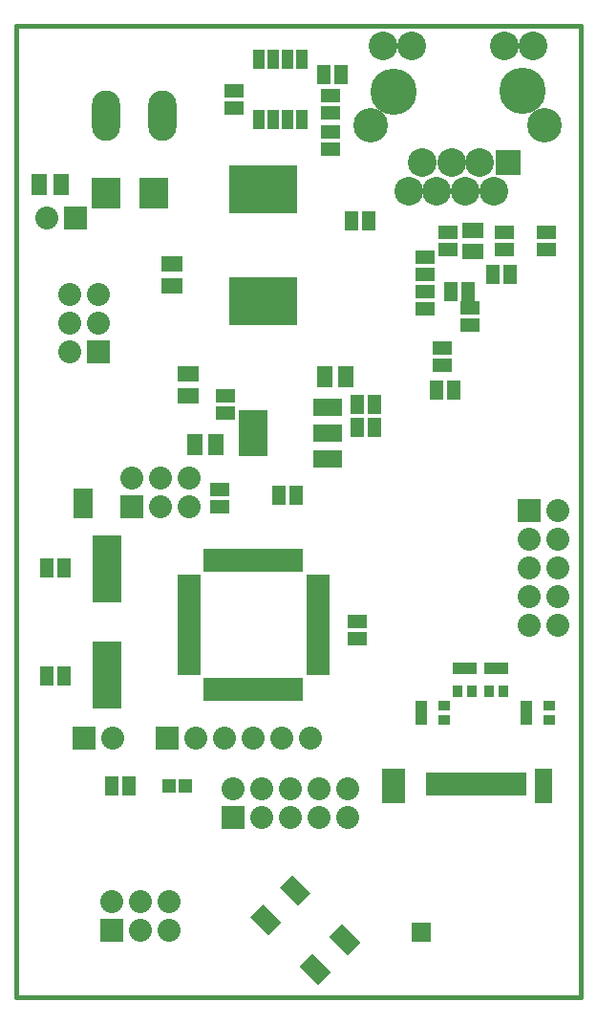
<source format=gts>
G04 (created by PCBNEW (2011-nov-30)-testing) date jeu. 13 sept. 2012 22:24:25 CEST*
%MOIN*%
G04 Gerber Fmt 3.4, Leading zero omitted, Abs format*
%FSLAX34Y34*%
G01*
G70*
G90*
G04 APERTURE LIST*
%ADD10C,0.006*%
%ADD11C,0.015*%
%ADD12R,0.04X0.032*%
%ADD13R,0.032X0.04*%
%ADD14R,0.055X0.075*%
%ADD15R,0.075X0.055*%
%ADD16R,0.045X0.065*%
%ADD17R,0.065X0.045*%
%ADD18R,0.0514X0.0514*%
%ADD19R,0.04X0.065*%
%ADD20R,0.0476X0.0791*%
%ADD21R,0.0791X0.1224*%
%ADD22R,0.0594X0.1224*%
%ADD23R,0.0672X0.0672*%
%ADD24R,0.036X0.08*%
%ADD25R,0.08X0.036*%
%ADD26R,0.08X0.08*%
%ADD27C,0.08*%
%ADD28O,0.098X0.176*%
%ADD29R,0.0987X0.1106*%
%ADD30R,0.1184X0.1716*%
%ADD31R,0.1X0.164*%
%ADD32R,0.1X0.06*%
%ADD33R,0.0987X0.2365*%
%ADD34C,0.1617*%
%ADD35R,0.09X0.09*%
%ADD36C,0.1*%
%ADD37C,0.12*%
%ADD38R,0.07X0.058*%
G04 APERTURE END LIST*
G54D10*
G54D11*
X19685Y-73228D02*
X19685Y-39370D01*
X39370Y-73228D02*
X19685Y-73228D01*
X39370Y-39370D02*
X39370Y-73228D01*
X19685Y-39370D02*
X39370Y-39370D01*
G54D12*
X37474Y-63057D03*
X37474Y-63557D03*
X38274Y-63057D03*
X37474Y-63307D03*
X38274Y-63557D03*
G54D13*
X36667Y-61765D03*
X36167Y-61765D03*
X36667Y-62565D03*
X36417Y-61765D03*
X36167Y-62565D03*
X35565Y-61765D03*
X35065Y-61765D03*
X35565Y-62565D03*
X35315Y-61765D03*
X35065Y-62565D03*
G54D12*
X33813Y-63057D03*
X33813Y-63557D03*
X34613Y-63057D03*
X33813Y-63307D03*
X34613Y-63557D03*
G54D14*
X21241Y-44882D03*
X20491Y-44882D03*
X26655Y-53937D03*
X25905Y-53937D03*
G54D15*
X25098Y-48406D03*
X25098Y-47656D03*
G54D14*
X30432Y-51575D03*
X31182Y-51575D03*
G54D15*
X25689Y-51495D03*
X25689Y-52245D03*
G54D16*
X23627Y-65846D03*
X23027Y-65846D03*
G54D17*
X26772Y-55507D03*
X26772Y-56107D03*
X31594Y-60733D03*
X31594Y-60133D03*
G54D16*
X31993Y-46161D03*
X31393Y-46161D03*
G54D17*
X36713Y-47150D03*
X36713Y-46550D03*
X38189Y-47150D03*
X38189Y-46550D03*
X33957Y-49217D03*
X33957Y-48617D03*
X33957Y-47436D03*
X33957Y-48036D03*
G54D16*
X30409Y-41043D03*
X31009Y-41043D03*
G54D17*
X30660Y-42379D03*
X30660Y-41779D03*
X30660Y-43058D03*
X30660Y-43658D03*
G54D16*
X36914Y-48031D03*
X36314Y-48031D03*
G54D17*
X35500Y-49800D03*
X35500Y-49200D03*
G54D16*
X34946Y-52067D03*
X34346Y-52067D03*
G54D17*
X34547Y-50586D03*
X34547Y-51186D03*
G54D16*
X34838Y-48622D03*
X35438Y-48622D03*
G54D17*
X34744Y-46550D03*
X34744Y-47150D03*
G54D16*
X31590Y-52559D03*
X32190Y-52559D03*
X31590Y-53346D03*
X32190Y-53346D03*
G54D17*
X26969Y-52859D03*
X26969Y-52259D03*
X27264Y-41629D03*
X27264Y-42229D03*
G54D16*
X21363Y-58268D03*
X20763Y-58268D03*
X28834Y-55709D03*
X29434Y-55709D03*
X21363Y-62008D03*
X20763Y-62008D03*
G54D18*
X25590Y-65846D03*
X25000Y-65846D03*
G54D19*
X28138Y-40536D03*
X28138Y-42636D03*
X28638Y-40536D03*
X29138Y-40536D03*
X29638Y-40536D03*
X28638Y-42636D03*
X29138Y-42636D03*
X29638Y-42636D03*
G54D20*
X34212Y-65787D03*
X34645Y-65787D03*
X35078Y-65787D03*
X35511Y-65787D03*
X35944Y-65787D03*
X36378Y-65787D03*
X36811Y-65787D03*
X37244Y-65787D03*
G54D21*
X32834Y-65866D03*
G54D22*
X38070Y-65866D03*
G54D23*
X33818Y-70945D03*
G54D24*
X27953Y-57986D03*
X27638Y-57986D03*
X27323Y-57986D03*
X27008Y-57986D03*
X26693Y-57986D03*
X26378Y-57986D03*
X28268Y-57986D03*
X28583Y-57986D03*
X28898Y-57986D03*
X29213Y-57986D03*
X29528Y-57986D03*
X27953Y-62486D03*
X27638Y-62486D03*
X27323Y-62486D03*
X27008Y-62486D03*
X26693Y-62486D03*
X26378Y-62486D03*
X28268Y-62486D03*
X28583Y-62486D03*
X28898Y-62486D03*
X29213Y-62486D03*
X29528Y-62486D03*
G54D25*
X25703Y-60236D03*
X30203Y-60236D03*
X25703Y-60551D03*
X30203Y-60551D03*
X30203Y-60866D03*
X25703Y-60866D03*
X25703Y-61181D03*
X30203Y-61181D03*
X30203Y-61496D03*
X25703Y-61496D03*
X25703Y-61811D03*
X30203Y-61811D03*
X30203Y-59921D03*
X25703Y-59921D03*
X25703Y-59606D03*
X30203Y-59606D03*
X30203Y-59291D03*
X25703Y-59291D03*
X25703Y-58976D03*
X30203Y-58976D03*
X30203Y-58661D03*
X25703Y-58661D03*
G54D26*
X23705Y-56110D03*
G54D27*
X23705Y-55110D03*
X24705Y-56110D03*
X24705Y-55110D03*
X25705Y-56110D03*
X25705Y-55110D03*
G54D26*
X24961Y-64173D03*
G54D27*
X25961Y-64173D03*
X26961Y-64173D03*
X27961Y-64173D03*
X28961Y-64173D03*
X29961Y-64173D03*
G54D28*
X24790Y-42500D03*
X22820Y-42500D03*
G54D29*
X22804Y-45200D03*
X24496Y-45200D03*
G54D30*
X28889Y-45041D03*
X27707Y-45041D03*
X27707Y-48959D03*
X28889Y-48959D03*
G54D31*
X27932Y-53543D03*
G54D32*
X30532Y-53543D03*
X30532Y-52643D03*
X30532Y-54443D03*
G54D33*
X22835Y-58288D03*
X22835Y-61988D03*
G54D26*
X22039Y-64173D03*
G54D27*
X23039Y-64173D03*
G54D15*
X35630Y-47225D03*
X35630Y-46475D03*
G54D34*
X32856Y-41648D03*
X37344Y-41629D03*
G54D35*
X36832Y-44129D03*
G54D36*
X36360Y-45133D03*
X35848Y-44129D03*
X35336Y-45133D03*
X34864Y-44129D03*
X34352Y-45133D03*
X33840Y-44129D03*
X33368Y-45133D03*
X37718Y-40054D03*
X36714Y-40054D03*
X33486Y-40054D03*
X32482Y-40054D03*
G54D37*
X38112Y-42810D03*
X32049Y-42810D03*
G54D26*
X23016Y-70874D03*
G54D27*
X23016Y-69874D03*
X24016Y-70874D03*
X24016Y-69874D03*
X25016Y-70874D03*
X25016Y-69874D03*
G54D26*
X22547Y-50705D03*
G54D27*
X21547Y-50705D03*
X22547Y-49705D03*
X21547Y-49705D03*
X22547Y-48705D03*
X21547Y-48705D03*
G54D26*
X27232Y-66937D03*
G54D27*
X27232Y-65937D03*
X28232Y-66937D03*
X28232Y-65937D03*
X29232Y-66937D03*
X29232Y-65937D03*
X30232Y-66937D03*
X30232Y-65937D03*
X31232Y-66937D03*
X31232Y-65937D03*
G54D26*
X37591Y-56268D03*
G54D27*
X38591Y-56268D03*
X37591Y-57268D03*
X38591Y-57268D03*
X37591Y-58268D03*
X38591Y-58268D03*
X37591Y-59268D03*
X38591Y-59268D03*
X37591Y-60268D03*
X38591Y-60268D03*
G54D10*
G36*
X28872Y-69391D02*
X29318Y-68945D01*
X29960Y-69587D01*
X29514Y-70033D01*
X28872Y-69391D01*
X28872Y-69391D01*
G37*
G36*
X30597Y-71116D02*
X31043Y-70670D01*
X31685Y-71312D01*
X31239Y-71758D01*
X30597Y-71116D01*
X30597Y-71116D01*
G37*
G36*
X29568Y-72145D02*
X30014Y-71699D01*
X30656Y-72341D01*
X30210Y-72787D01*
X29568Y-72145D01*
X29568Y-72145D01*
G37*
G36*
X27843Y-70420D02*
X28289Y-69974D01*
X28931Y-70616D01*
X28485Y-71062D01*
X27843Y-70420D01*
X27843Y-70420D01*
G37*
G54D38*
X22000Y-55750D03*
X22000Y-56250D03*
G54D26*
X21760Y-46063D03*
G54D27*
X20760Y-46063D03*
M02*

</source>
